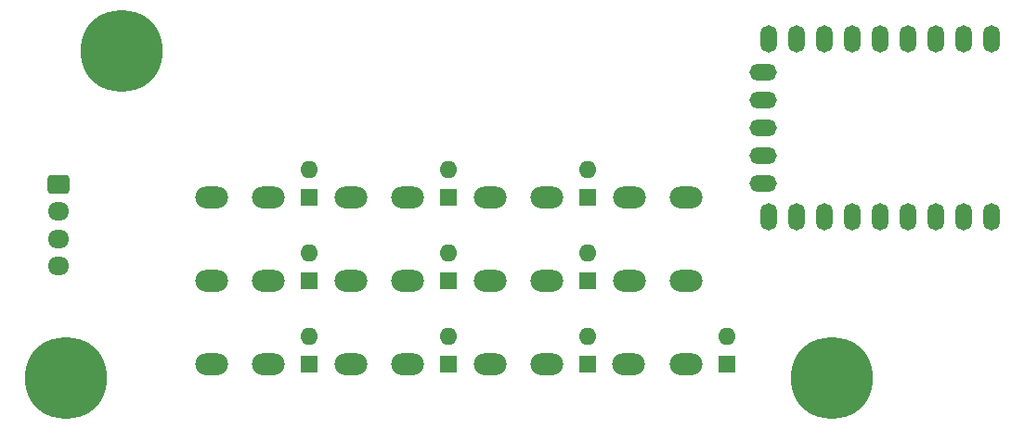
<source format=gbs>
G04 #@! TF.GenerationSoftware,KiCad,Pcbnew,8.0.2*
G04 #@! TF.CreationDate,2024-06-05T08:55:07+09:00*
G04 #@! TF.ProjectId,rainbow2v5-rp2040,7261696e-626f-4773-9276-352d72703230,rev?*
G04 #@! TF.SameCoordinates,Original*
G04 #@! TF.FileFunction,Soldermask,Bot*
G04 #@! TF.FilePolarity,Negative*
%FSLAX46Y46*%
G04 Gerber Fmt 4.6, Leading zero omitted, Abs format (unit mm)*
G04 Created by KiCad (PCBNEW 8.0.2) date 2024-06-05 08:55:07*
%MOMM*%
%LPD*%
G01*
G04 APERTURE LIST*
G04 Aperture macros list*
%AMRoundRect*
0 Rectangle with rounded corners*
0 $1 Rounding radius*
0 $2 $3 $4 $5 $6 $7 $8 $9 X,Y pos of 4 corners*
0 Add a 4 corners polygon primitive as box body*
4,1,4,$2,$3,$4,$5,$6,$7,$8,$9,$2,$3,0*
0 Add four circle primitives for the rounded corners*
1,1,$1+$1,$2,$3*
1,1,$1+$1,$4,$5*
1,1,$1+$1,$6,$7*
1,1,$1+$1,$8,$9*
0 Add four rect primitives between the rounded corners*
20,1,$1+$1,$2,$3,$4,$5,0*
20,1,$1+$1,$4,$5,$6,$7,0*
20,1,$1+$1,$6,$7,$8,$9,0*
20,1,$1+$1,$8,$9,$2,$3,0*%
G04 Aperture macros list end*
%ADD10C,4.700000*%
%ADD11C,7.500000*%
%ADD12O,3.000000X2.000000*%
%ADD13RoundRect,0.250000X-0.725000X0.600000X-0.725000X-0.600000X0.725000X-0.600000X0.725000X0.600000X0*%
%ADD14O,1.950000X1.700000*%
%ADD15R,1.600000X1.600000*%
%ADD16O,1.600000X1.600000*%
%ADD17O,1.500000X2.500000*%
%ADD18O,2.500000X1.500000*%
G04 APERTURE END LIST*
D10*
X71755000Y-34925000D03*
D11*
X71755000Y-34925000D03*
D12*
X92710000Y-63500000D03*
X97910000Y-63500000D03*
X92710000Y-55880000D03*
X97910000Y-55880000D03*
X92710000Y-48260000D03*
X97910000Y-48260000D03*
X80010000Y-55880000D03*
X85210000Y-55880000D03*
X118110000Y-48260000D03*
X123310000Y-48260000D03*
X80010000Y-63500000D03*
X85210000Y-63500000D03*
X105410000Y-48260000D03*
X110610000Y-48260000D03*
D10*
X66675000Y-64770000D03*
D11*
X66675000Y-64770000D03*
D12*
X105410000Y-55880000D03*
X110610000Y-55880000D03*
X80010000Y-48260000D03*
X85210000Y-48260000D03*
X118110000Y-55880000D03*
X123310000Y-55880000D03*
D10*
X136525000Y-64770000D03*
D11*
X136525000Y-64770000D03*
D12*
X118050000Y-63500000D03*
X123250000Y-63500000D03*
X105410000Y-63500000D03*
X110610000Y-63500000D03*
D13*
X66040000Y-47070000D03*
D14*
X66040000Y-49570000D03*
X66040000Y-52070000D03*
X66040000Y-54570000D03*
D15*
X114300000Y-63500000D03*
D16*
X114300000Y-60960000D03*
D15*
X88900000Y-55880000D03*
D16*
X88900000Y-53340000D03*
D15*
X88900000Y-48260000D03*
D16*
X88900000Y-45720000D03*
D15*
X101600000Y-48260000D03*
D16*
X101600000Y-45720000D03*
D15*
X114300000Y-55880000D03*
D16*
X114300000Y-53340000D03*
D17*
X151130000Y-33790000D03*
X148590000Y-33790000D03*
X146050000Y-33790000D03*
X143510000Y-33790000D03*
X140970000Y-33790000D03*
X138430000Y-33790000D03*
X135890000Y-33790000D03*
X133350000Y-33790000D03*
X130810000Y-33790000D03*
D18*
X130310000Y-36830000D03*
X130310000Y-39370000D03*
X130310000Y-41910000D03*
X130310000Y-44450000D03*
X130310000Y-46990000D03*
D17*
X130810000Y-50030000D03*
X133350000Y-50030000D03*
X135890000Y-50030000D03*
X138430000Y-50030000D03*
X140970000Y-50030000D03*
X143510000Y-50030000D03*
X146050000Y-50030000D03*
X148590000Y-50030000D03*
X151130000Y-50030000D03*
D15*
X114300000Y-48260000D03*
D16*
X114300000Y-45720000D03*
D15*
X101600000Y-63500000D03*
D16*
X101600000Y-60960000D03*
D15*
X127000000Y-63500000D03*
D16*
X127000000Y-60960000D03*
D15*
X88900000Y-63500000D03*
D16*
X88900000Y-60960000D03*
D15*
X101600000Y-55880000D03*
D16*
X101600000Y-53340000D03*
M02*

</source>
